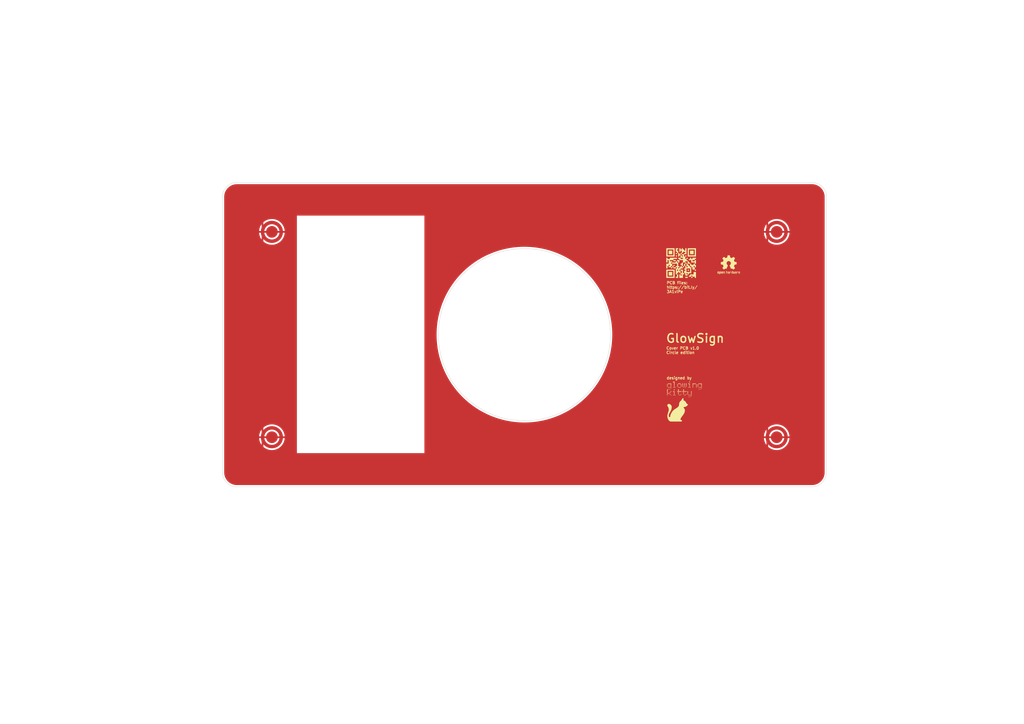
<source format=kicad_pcb>
(kicad_pcb (version 20211014) (generator pcbnew)
  (layers (0 "F.Cu" signal) (31 "B.Cu" signal) (34 "B.Paste" user) (35 "F.Paste" user) (36 "B.SilkS" user "B.Silkscreen") (37 "F.SilkS" user "F.Silkscreen") (38 "B.Mask" user) (39 "F.Mask" user) (44 "Edge.Cuts" user))
  (net 0 "")
  (net 1 "GND")
  (footprint "LOGO" (layer "F.Cu") (at 197.5612 76.3016)
    (fp_text reference "G***" hide)
    (fp_text value "LOGO" hide)
  )
  (footprint "footprint:SMTSO3030CTJ No hole" (layer "F.Cu") (at 78.700152 126.874952)
    (fp_text reference "U3" hide)
    (fp_text value "SMTSO3030CTJ")
    (pad "1" smd custom (at -2.7178 0) (size 1 1) (layers "F.Cu" "F.Paste" "F.Mask") (net 1 "GND") (options (clearance outline) (anchor circle)) (primitives (gr_circle (center 2.725 0) (end 5.439265 0) (width 1))))
  )
  (footprint "footprint:SMTSO3030CTJ No hole" (layer "F.Cu") (at 225.298982 126.872412)
    (fp_text reference "U4" hide)
    (fp_text value "SMTSO3030CTJ")
    (pad "1" smd custom (at -2.7178 0) (size 1 1) (layers "F.Cu" "F.Paste" "F.Mask") (net 1 "GND") (options (clearance outline) (anchor circle)) (primitives (gr_circle (center 2.725 0) (end 5.439265 0) (width 1))))
  )
  (footprint "footprint:SMTSO3030CTJ No hole" (layer "F.Cu") (at 78.700152 67.235752)
    (fp_text reference "U1" hide)
    (fp_text value "SMTSO3030CTJ")
    (pad "1" smd custom (at -2.7178 0) (size 1 1) (layers "F.Cu" "F.Paste" "F.Mask") (net 1 "GND") (options (clearance outline) (anchor circle)) (primitives (gr_circle (center 2.725 0) (end 5.439265 0) (width 1))))
  )
  (footprint "footprint:SMTSO3030CTJ No hole" (layer "F.Cu") (at 225.308952 67.235752)
    (fp_text reference "U2" hide)
    (fp_text value "SMTSO3030CTJ")
    (pad "1" smd custom (at -2.7178 0) (size 1 1) (layers "F.Cu" "F.Paste" "F.Mask") (net 1 "GND") (options (clearance outline) (anchor circle)) (primitives (gr_circle (center 2.725 0) (end 5.439265 0) (width 1))))
  )
  (footprint "Symbol:OSHW-Logo2_7.3x6mm_SilkScreen" (layer "F.Cu") (at 211.3788 76.8096)
    (fp_text reference "OSHW logo" hide)
    (fp_text value "OSHW-Logo2_7.3x6mm_SilkScreen" hide)
  )
  (footprint "LOGO" (layer "F.Cu") (at 198.4248 115.5192)
    (fp_text reference "logo" hide)
    (fp_text value "LOGO" hide)
  )
  (gr_line (start 64.3444 57.0788) (end 64.3444 137.0788) (layer "Edge.Cuts") (width 0.1))
  (gr_arc (start 68.5444 141.2788) (mid 65.574552 140.048648) (end 64.3444 137.0788) (layer "Edge.Cuts") (width 0.1))
  (gr_circle (center 152.0444 97.0788) (end 177.0444 97.0788) (layer "Edge.Cuts") (width 0.1) (fill none))
  (gr_line (start 239.7444 137.0788) (end 239.7444 57.0788) (layer "Edge.Cuts") (width 0.1))
  (gr_arc (start 235.5444 52.8788) (mid 238.514248 54.108952) (end 239.7444 57.0788) (layer "Edge.Cuts") (width 0.1))
  (gr_line (start 68.5444 141.2788) (end 235.5444 141.2788) (layer "Edge.Cuts") (width 0.1))
  (gr_line (start 235.5444 52.8788) (end 68.5444 52.8788) (layer "Edge.Cuts") (width 0.1))
  (gr_arc (start 239.7444 137.0788) (mid 238.514248 140.048648) (end 235.5444 141.2788) (layer "Edge.Cuts") (width 0.1))
  (gr_arc (start 64.3444 57.0788) (mid 65.574552 54.108952) (end 68.5444 52.8788) (layer "Edge.Cuts") (width 0.1))
  (gr_text "Cover PCB v1.0\nCircle edition" (at 193.1924 101.6508) (layer "F.SilkS") (effects (font (size 0.8 0.8)) (justify left)))
  (gr_text "designed by" (at 193.2686 109.6772) (layer "F.SilkS") (effects (font (size 0.8 0.8)) (justify left)))
  (gr_text "PCB files:\nhttps://bit.ly/\n3A1viPe" (at 193.294 83.312) (layer "F.SilkS") (effects (font (size 0.8 0.8)) (justify left)))
  (gr_text "GlowSign" (at 192.9892 98.1456) (layer "F.SilkS") (effects (font (size 2.5 2.5) (thickness 0.4)) (justify left)))
  (zone (net 1) (net_name "GND") (layer "F.Cu") (connect_pads (clearance 0.508)) (min_thickness 0.254) (fill yes (thermal_gap 0.508) (thermal_bridge_width 0.508))
    (polygon (pts (xy 297.1292 210.1088) (xy -0.254 210.1088) (xy -0.254 -0.1016) (xy 297.1292 -0.1016)))
  )
  (zone (net 0) (net_name "") (layers F&B.Cu) (connect_pads (clearance 0)) (min_thickness 0.254)
    (keepout (tracks not_allowed) (vias not_allowed) (pads not_allowed) (copperpour not_allowed) (footprints allowed))
    (fill (thermal_gap 0.508) (thermal_bridge_width 0.508))
    (polygon (pts (xy 122.997752 131.497752) (xy 85.964552 131.497752) (xy 85.964552 62.511352) (xy 122.997752 62.511352)))
  )
)
</source>
